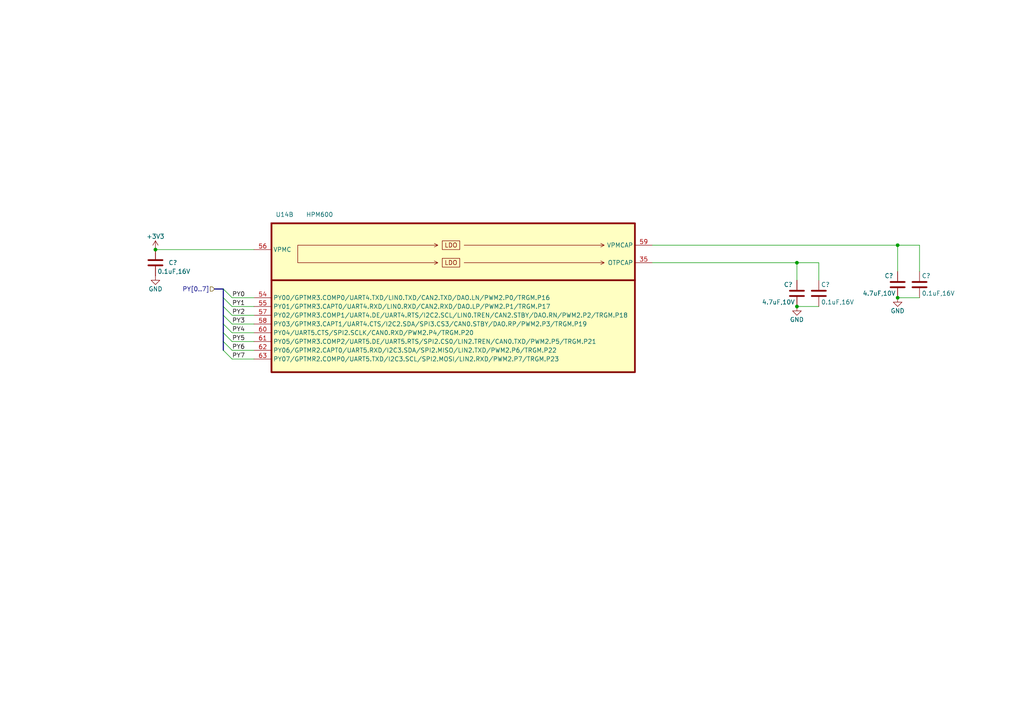
<source format=kicad_sch>
(kicad_sch (version 20230121) (generator eeschema)
  (paper "A4")
  (title_block (title "HPM6P00EVKRevB") (date "2024-10-13") (rev "RevB") (comment 1 "MCU_PY"))
  (lib_symbols
    (symbol "00_HPM600_Library:HPM600"
      (property "Reference" "U" (at 1.27 1.27 0))
      (property "Value" "HPM600" (at 10.16 1.27 0))
      (symbol "HPM600_1_1"
        (polyline (pts (xy 0 -46.99) (xy 35.56 -46.99)) (stroke (width 0.508)))
        (polyline (pts (xy 8.89 -6.35) (xy 14.605 -6.35) (xy 14.605 -10.16) (xy 13.97 -9.525) (xy 14.605 -10.16) (xy 15.24 -9.525)))
        (polyline (pts (xy 15.24 -12.7) (xy 15.24 -17.78) (xy 9.525 -17.78) (xy 10.16 -17.145) (xy 9.525 -17.78) (xy 10.16 -18.415)))
        (rectangle (start 0 0) (end 35.56 -66.04) (stroke (width 0.508)) (fill (type background)))
        (rectangle (start 10.16 -10.16) (end 17.78 -12.7))
        (text "Analog_Domain" (at 11.43 -49.53 0) (effects (font (size 1.778 1.778))))
        (text "DCDC" (at 13.97 -11.43 0) (effects (font (size 1.27 1.27))))
        (text "DCDC_Domain" (at 10.16 -2.54 0) (effects (font (size 1.778 1.778))))
        (pin power_in line (at 40.64 -16.51 180) (length 5.08) (name "VDD_SOC") (number "102"))
        (pin power_in line (at 40.64 -29.21 180) (length 5.08) (name "VDD_SOC") (number "109"))
        (pin power_in line (at 40.64 -26.67 180) (length 5.08) (name "VDD_SOC") (number "114"))
        (pin power_in line (at 40.64 -24.13 180) (length 5.08) (name "VDD_SOC") (number "133"))
        (pin power_in line (at 40.64 -21.59 180) (length 5.08) (name "VDD_SOC") (number "143"))
        (pin power_in line (at 40.64 -19.05 180) (length 5.08) (name "VDD_SOC") (number "168"))
        (pin power_in line (at 40.64 -13.97 180) (length 5.08) (name "VDD_SOC") (number "176"))
        (pin power_out line (at 17.78 -71.12 90) (length 5.08) (name "PAD") (number "177"))
        (pin power_in line (at 40.64 -8.89 180) (length 5.08) (name "VDD_SOC") (number "18"))
        (pin power_in line (at 40.64 -11.43 180) (length 5.08) (name "VDD_SOC") (number "26"))
        (pin power_in line (at 40.64 -39.37 180) (length 5.08) (name "VDD_SOC") (number "34"))
        (pin power_in line (at -5.08 -6.35 0) (length 5.08) (name "DCDC_IN") (number "45"))
        (pin power_out line (at -5.08 -16.51 0) (length 5.08) (name "DCDC_LP") (number "46"))
        (pin power_out line (at -5.08 -31.75 0) (length 5.08) (name "DCDC_GND") (number "47"))
        (pin power_out line (at -5.08 -19.05 0) (length 5.08) (name "DCDC_LP") (number "48"))
        (pin power_out line (at -5.08 -35.56 0) (length 5.08) (name "DCDC_GND") (number "49"))
        (pin power_in line (at -5.08 -41.91 0) (length 5.08) (name "DCDC_INQ") (number "50"))
        (pin input line (at -5.08 -25.4 0) (length 5.08) (name "DCDC_SNS") (number "53"))
        (pin power_out line (at 40.64 -59.69 180) (length 5.08) (name "VREFL") (number "64"))
        (pin power_in line (at 40.64 -53.34 180) (length 5.08) (name "VREFH") (number "65"))
        (pin power_in line (at -5.08 -59.69 0) (length 5.08) (name "VSSA") (number "66"))
        (pin power_in line (at -5.08 -53.34 0) (length 5.08) (name "VANA") (number "67"))
        (pin power_in line (at 40.64 -34.29 180) (length 5.08) (name "VDD_SOC") (number "71"))
        (pin power_in line (at 40.64 -31.75 180) (length 5.08) (name "VDD_SOC") (number "79"))
        (pin power_in line (at 40.64 -36.83 180) (length 5.08) (name "VDD_SOC") (number "9"))
      )
      (symbol "HPM600_2_0"
        (polyline (pts (xy 7.62 -11.43) (xy 48.26 -11.43) (xy 47.244 -10.922) (xy 48.26 -11.43) (xy 47.244 -11.938)))
        (polyline (pts (xy 7.62 -6.35) (xy 48.26 -6.35) (xy 47.244 -5.842) (xy 48.26 -6.35) (xy 47.244 -6.858)))
        (polyline (pts (xy 55.88 -11.43) (xy 96.52 -11.43) (xy 95.504 -10.922) (xy 96.52 -11.43) (xy 95.504 -11.938)))
        (polyline (pts (xy 55.88 -6.35) (xy 96.52 -6.35) (xy 95.504 -5.842) (xy 96.52 -6.35) (xy 95.504 -6.858)))
      )
      (symbol "HPM600_2_1"
        (polyline (pts (xy 0 -16.51) (xy 105.41 -16.51)) (stroke (width 0.508)))
        (polyline (pts (xy 7.62 -6.35) (xy 7.62 -11.43)))
        (rectangle (start 0 0) (end 105.41 -43.18) (stroke (width 0.508)) (fill (type background)))
        (rectangle (start 49.53 -10.16) (end 54.61 -12.7))
        (rectangle (start 49.53 -5.08) (end 54.61 -7.62))
        (text "LDO" (at 52.07 -11.43 0) (effects (font (size 1.27 1.27))))
        (text "LDO" (at 52.07 -6.35 0) (effects (font (size 1.27 1.27))))
        (pin power_in line (at 110.49 -11.43 180) (length 5.08) (name "OTPCAP") (number "35"))
        (pin bidirectional line (at -5.08 -21.59 0) (length 5.08) (name "PY00/GPTMR3.COMP0/UART4.TXD/LIN0.TXD/CAN2.TXD/DAO.LN/PWM2.P0/TRGM.P16") (number "54"))
        (pin bidirectional line (at -5.08 -24.13 0) (length 5.08) (name "PY01/GPTMR3.CAPT0/UART4.RXD/LIN0.RXD/CAN2.RXD/DAO.LP/PWM2.P1/TRGM.P17") (number "55"))
        (pin power_in line (at -5.08 -7.62 0) (length 5.08) (name "VPMC") (number "56"))
        (pin bidirectional line (at -5.08 -26.67 0) (length 5.08) (name "PY02/GPTMR3.COMP1/UART4.DE/UART4.RTS/I2C2.SCL/LIN0.TREN/CAN2.STBY/DAO.RN/PWM2.P2/TRGM.P18") (number "57"))
        (pin bidirectional line (at -5.08 -29.21 0) (length 5.08) (name "PY03/GPTMR3.CAPT1/UART4.CTS/I2C2.SDA/SPI3.CS3/CAN0.STBY/DAO.RP/PWM2.P3/TRGM.P19") (number "58"))
        (pin power_out line (at 110.49 -6.35 180) (length 5.08) (name "VPMCAP") (number "59"))
        (pin bidirectional line (at -5.08 -31.75 0) (length 5.08) (name "PY04/UART5.CTS/SPI2.SCLK/CAN0.RXD/PWM2.P4/TRGM.P20") (number "60"))
        (pin bidirectional line (at -5.08 -34.29 0) (length 5.08) (name "PY05/GPTMR3.COMP2/UART5.DE/UART5.RTS/SPI2.CS0/LIN2.TREN/CAN0.TXD/PWM2.P5/TRGM.P21") (number "61"))
        (pin bidirectional line (at -5.08 -36.83 0) (length 5.08) (name "PY06/GPTMR2.CAPT0/UART5.RXD/I2C3.SDA/SPI2.MISO/LIN2.TXD/PWM2.P6/TRGM.P22") (number "62"))
        (pin bidirectional line (at -5.08 -39.37 0) (length 5.08) (name "PY07/GPTMR2.COMP0/UART5.TXD/I2C3.SCL/SPI2.MOSI/LIN2.RXD/PWM2.P7/TRGM.P23") (number "63"))
      )
      (symbol "HPM600_3_1"
        (polyline (pts (xy 0 -17.78) (xy 205.74 -17.78)) (stroke (width 0.5)))
        (rectangle (start 0 0) (end 205.74 -105.41) (stroke (width 0.508)) (fill (type background)))
        (pin bidirectional line (at -5.08 -50.8 0) (length 5.08) (name "PA11/UART2.CTS/SPI0.CS0/LIN1.TXD/I2S1.FCLK/FEMC.RAS/PPI0.DM3/XPI0.CA_CS1/PWM1.P3/TRGM.P11/ETH0.RXD3/QEI1.H1/SEI1.CK/SDM0.DAT1/CPU1.NMI") (number "10"))
        (pin bidirectional line (at -5.08 -48.26 0) (length 5.08) (name "PA10/GPTMR0.COMP2/UART2.DE/UART2.RTS/SPI0.SCLK/LIN1.RXD/CAN3.STBY/I2S1.BCLK/FEMC.CAS/PPI0.DM2/XPI0.CA_CS0/PWM1.P2/TRGM.P10/ETH0.RXD2/QEI1.F/QEO0.Z/SEI1.DE/SDM0.CLK1/CPU0.NMI") (number "11"))
        (pin power_in line (at -5.08 -7.62 0) (length 5.08) (name "VIO_B00") (number "12"))
        (pin bidirectional line (at -5.08 -45.72 0) (length 5.08) (name "PA09/GPTMR0.CAPT1/UART2.RXD/I2C0.SDA/SPI0.CS1/CAN3.RXD/I2S1.MCLK/FEMC.WE/PPI0.CTR2/XPI0.CA_DQS/PWM1.P1/TRGM.P09/ETH0.RXD1/RDC0.PWM_P/QEO0.A/SEI1.RX/SDM0.DAT0") (number "13"))
        (pin bidirectional line (at -5.08 -43.18 0) (length 5.08) (name "PA08/GPTMR0.COMP1/UART2.TXD/I2C0.SCL/SPI0.CS2/CAN3.TXD/FEMC.CS1/PPI0.CS1/PWM1.P0/TRGM.P08/ETH0.RXD0/RDC0.PWM_N/QEO0.B/SEI1.TX/SDM0.CLK0/JTAG.TRST") (number "14"))
        (pin bidirectional line (at -5.08 -99.06 0) (length 5.08) (name "PA30/UART7.RXD/SPI3.DAT2/LIN3.RXD/CAN1.RXD/I2S0.TXD2/XPI0.CA_D3/PWM3.P6/TRGM.P30/ETH0.TXD3/QEI1.A/QEO1.B/SEI0.RX") (number "15"))
        (pin bidirectional line (at -5.08 -96.52 0) (length 5.08) (name "PA29/GPTMR3.COMP3/UART7.DE/UART7.RTS/I2C1.SCL/SPI3.MOSI/LIN3.TREN/CAN1.STBY/I2S0.TXD1/XPI0.CA_D2/PWM3.P5/TRGM.P29/ETH0.TXD2/QEI1.Z/QEO1.Z/SEI0.DE") (number "16"))
        (pin bidirectional line (at -5.08 -93.98 0) (length 5.08) (name "PA28/UART7.CTS/I2C1.SDA/SPI3.MISO/LIN1.TREN/I2S0.TXD0/XPI0.CA_D1/PWM3.P4/TRGM.P28/ETH0.TXD1/QEI1.H0/SEI0.CK") (number "17"))
        (pin bidirectional line (at -5.08 -91.44 0) (length 5.08) (name "PA27/UART6.CTS/SPI3.CS0/LIN1.TXD/I2S0.MCLK/XPI0.CA_D0/PWM3.P3/TRGM.P27/ETH0.TXD0/QEI1.F/SEI1.CK") (number "19"))
        (pin bidirectional line (at -5.08 -88.9 0) (length 5.08) (name "PA26/GPTMR2.COMP2/UART6.DE/UART6.RTS/SPI3.SCLK/LIN1.RXD/CAN3.STBY/I2S0.RXD3/XPI0.CA_SCLK/PWM3.P2/TRGM.P26/ETH0.TXCK/QEI1.H1/QEO0.Z/SEI1.DE") (number "20"))
        (pin bidirectional line (at -5.08 -86.36 0) (length 5.08) (name "PA25/GPTMR2.CAPT1/UART6.RXD/I2C0.SDA/SPI3.CS1/CAN3.RXD/I2S0.RXD2/XPI0.CA_CS1/PWM3.P1/TRGM.P25/ETH0.RXD3/RDC0.PWM_P/QEO0.B/SEI1.RX") (number "21"))
        (pin power_in line (at -5.08 -5.08 0) (length 5.08) (name "VIO_B00") (number "22"))
        (pin bidirectional line (at -5.08 -83.82 0) (length 5.08) (name "PA24/GPTMR2.COMP1/UART6.TXD/I2C0.SCL/SPI3.CS2/CAN3.TXD/I2S0.RXD1/XPI0.CA_CS0/PWM3.P0/TRGM.P24/ETH0.RXD2/RDC0.PWM_N/QEO0.A/SEI1.TX") (number "23"))
        (pin bidirectional line (at -5.08 -81.28 0) (length 5.08) (name "PA23/GPTMR2.COMP0/UART5.TXD/I2C3.SCL/SPI2.MOSI/LIN2.RXD/I2S0.RXD0/XPI0.CA_DQS/PWM2.P7/TRGM.P23/ETH0.RXD1/QEI0.A/QEO0.A/SEI0.TX") (number "24"))
        (pin bidirectional line (at -5.08 -78.74 0) (length 5.08) (name "PA22/GPTMR2.CAPT0/UART5.RXD/I2C3.SDA/SPI2.MISO/LIN2.TXD/I2S0.FCLK/PWM2.P6/TRGM.P22/ETH0.RXD0/QEI0.B/QEO0.B/SEI0.RX") (number "25"))
        (pin bidirectional line (at -5.08 -76.2 0) (length 5.08) (name "PA21/GPTMR3.COMP2/UART5.DE/UART5.RTS/SPI2.CS0/LIN2.TREN/CAN0.TXD/I2S0.BCLK/PWM2.P5/TRGM.P21/ETH0.RXDV/QEI0.Z/QEO0.Z/SEI0.DE") (number "27"))
        (pin bidirectional line (at -5.08 -73.66 0) (length 5.08) (name "PA20/UART5.CTS/SPI2.SCLK/CAN0.RXD/I2S0.MCLK/PWM2.P4/TRGM.P20/ETH0.RXCK/QEI0.H0/SEI0.CK") (number "28"))
        (pin bidirectional line (at -5.08 -40.64 0) (length 5.08) (name "PA07/GPTMR0.COMP0/UART1.TXD/I2C3.SCL/SPI1.MOSI/LIN2.RXD/FEMC.SCS0/PPI0.DQ30/PWM0.P7/TRGM.P07/ETH0.RXER/QEI0.A/QEO0.A/SEI0.TX/JTAG.TMS") (number "29"))
        (pin bidirectional line (at -5.08 -38.1 0) (length 5.08) (name "PA06/GPTMR0.CAPT0/UART1.RXD/I2C3.SDA/SPI1.MISO/LIN2.TXD/FEMC.SCLK0/PPI0.DQ29/PWM0.P6/TRGM.P06/ETH0.RXDV/QEI0.B/QEO0.B/SEI0.RX/JTAG.TCK") (number "30"))
        (pin bidirectional line (at -5.08 -35.56 0) (length 5.08) (name "PA05/GPTMR1.COMP2/UART1.DE/UART1.RTS/SPI1.CS0/LIN2.TREN/CAN0.TXD/PWM0.P5/TRGM.P05/ETH0.RXCK/QEI0.Z/QEO0.Z/SEI0.DE/JTAG.TDI") (number "31"))
        (pin bidirectional line (at -5.08 -33.02 0) (length 5.08) (name "PA04/UART1.CTS/SPI1.SCLK/CAN0.RXD/PWM0.P4/TRGM.P04/QEI0.H0/SEI0.CK/JTAG.TDO") (number "32"))
        (pin power_in line (at -5.08 -12.7 0) (length 5.08) (name "VIO_B00") (number "33"))
        (pin bidirectional line (at -5.08 -71.12 0) (length 5.08) (name "PA19/GPTMR3.CAPT1/UART4.CTS/I2C2.SDA/SPI3.CS3/CAN0.STBY/PWM2.P3/TRGM.P19/ETH0.MDIO/QEI0.F/SEI1.CK") (number "36"))
        (pin bidirectional line (at -5.08 -68.58 0) (length 5.08) (name "PA18/GPTMR3.COMP1/UART4.DE/UART4.RTS/I2C2.SCL/LIN0.TREN/CAN2.STBY/PWM2.P2/TRGM.P18/ETH0.MDC/QEI0.H1/QEO1.Z/SEI1.DE") (number "37"))
        (pin power_in line (at -5.08 -10.16 0) (length 5.08) (name "VIO_B00") (number "38"))
        (pin bidirectional line (at -5.08 -66.04 0) (length 5.08) (name "PA17/GPTMR3.CAPT0/UART4.RXD/LIN0.RXD/CAN2.RXD/PWM2.P1/TRGM.P17/RDC0.PWM_P/QEO1.B/SEI1.RX") (number "39"))
        (pin bidirectional line (at -5.08 -63.5 0) (length 5.08) (name "PA16/GPTMR3.COMP0/UART4.TXD/LIN0.TXD/CAN2.TXD/PWM2.P0/TRGM.P16/RDC0.PWM_N/QEO1.A/SEI1.TX") (number "40"))
        (pin bidirectional line (at -5.08 -30.48 0) (length 5.08) (name "PA03/GPTMR1.CAPT1/UART0.CTS/I2C2.SDA/SPI0.CS3/CAN0.STBY/PWM0.P3/TRGM.P03/QEI0.F/SEI1.CK/SYSCTL.CLK_OBS3/ETH0.EVTO1") (number "41"))
        (pin bidirectional line (at -5.08 -27.94 0) (length 5.08) (name "PA02/GPTMR1.COMP1/UART0.DE/UART0.RTS/I2C2.SCL/LIN0.TREN/CAN2.STBY/PWM0.P2/TRGM.P02/QEI0.H1/QEO1.Z/SEI1.DE/SYSCTL.CLK_OBS2/ETH0.EVTI1") (number "42"))
        (pin bidirectional line (at -5.08 -25.4 0) (length 5.08) (name "PA01/GPTMR1.CAPT0/UART0.RXD/LIN0.RXD/CAN2.RXD/PWM0.P1/TRGM.P01/RDC0.PWM_P/QEO1.B/SEI1.RX/SYSCTL.CLK_OBS1/ETH0.EVTO0") (number "43"))
        (pin bidirectional line (at -5.08 -22.86 0) (length 5.08) (name "PA00/GPTMR1.COMP0/UART0.TXD/LIN0.TXD/CAN2.TXD/PWM0.P0/TRGM.P00/RDC0.PWM_N/QEO1.A/SEI1.TX/SYSCTL.CLK_OBS0/ETH0.EVTI0") (number "44"))
        (pin bidirectional line (at -5.08 -60.96 0) (length 5.08) (name "PA15/GPTMR0.COMP3/UART3.TXD/SPI0.DAT3/LIN3.TXD/CAN1.TXD/I2S1.RXD3/FEMC.A10/PPI0.DQ26/PWM1.P7/TRGM.P15/QEI1.A/QEO1.A/SEI0.TX/SDM0.DAT3/ETH0.EVTO0") (number "5"))
        (pin bidirectional line (at -5.08 -58.42 0) (length 5.08) (name "PA14/UART3.RXD/SPI0.DAT2/LIN3.RXD/CAN1.RXD/I2S1.RXD2/FEMC.BA1/PPI0.CS2/PWM1.P6/TRGM.P14/QEI1.B/QEO1.B/SEI0.RX/SDM0.CLK3/ETH0.EVTI0") (number "6"))
        (pin bidirectional line (at -5.08 -55.88 0) (length 5.08) (name "PA13/GPTMR1.COMP3/UART3.DE/UART3.RTS/I2C1.SCL/SPI0.MOSI/LIN3.TREN/CAN1.STBY/I2S1.RXD1/FEMC.BA0/PPI0.CTR3/PWM1.P5/TRGM.P13/QEI1.Z/QEO1.Z/SEI0.DE/SDM0.DAT2") (number "7"))
        (pin bidirectional line (at -5.08 -53.34 0) (length 5.08) (name "PA12/UART3.CTS/I2C1.SDA/SPI0.MISO/LIN1.TREN/I2S1.RXD0/FEMC.CS0/PPI0.CS0/PWM1.P4/TRGM.P12/ETH0.TXER/QEI1.H0/SEI0.CK/SDM0.CLK2") (number "8"))
      )
      (symbol "HPM600_4_1"
        (polyline (pts (xy 0 -99.06) (xy 224.79 -99.06)) (stroke (width 0.3) (type dash)))
        (polyline (pts (xy 0 -20.32) (xy 224.79 -20.32)) (stroke (width 0.5)))
        (rectangle (start 0 0) (end 224.79 -186.69) (stroke (width 0.508)) (fill (type background)))
        (pin bidirectional line (at -5.08 -33.02 0) (length 5.08) (name "PB03/GPTMR2.CAPT1/UART5.CTS/I2C2.SDA/SPI0.CS3/CAN0.STBY/I2S1.TXD1/PDM0.D2/FEMC.A03/PPI0.DQ19/XPI0.CA_D2/PWM0.P3/TRGM.P28/ETH0.TXD1/QEI0.F/SEI1.CK/SDM0.DAT0/XPI_SLV.ADQ0") (number "1"))
        (pin bidirectional line (at -5.08 -179.07 0) (length 5.08) (name "PC29/GPTMR3.COMP3/UART7.DE/UART7.RTS/I2C1.SCL/SPI3.MOSI/LIN3.TREN/CAN1.STBY/PDM0.CLK/PWM3.P5/TRGM.P29/ETH0.EVTO3") (number "112"))
        (pin bidirectional line (at -5.08 -176.53 0) (length 5.08) (name "PC28/UART7.CTS/I2C1.SDA/SPI3.MISO/LIN1.TREN/PDM0.D3/PWM3.P4/TRGM.P28/ETH0.EVTO2") (number "113"))
        (pin power_in line (at -5.08 -6.35 0) (length 5.08) (name "VIO_B01") (number "115"))
        (pin bidirectional line (at -5.08 -173.99 0) (length 5.08) (name "PC27/UART3.CTS/SPI3.CS0/LIN1.TXD/PDM0.D2/PWM3.P3/TRGM.P27/USB0.PWR/ETH0.EVTO1") (number "116"))
        (pin bidirectional line (at -5.08 -171.45 0) (length 5.08) (name "PC26/GPTMR2.COMP2/UART3.DE/UART3.RTS/SPI3.SCLK/LIN1.RXD/CAN3.STBY/PDM0.D1/PWM3.P2/TRGM.P26/USB0.OC/ETH0.EVTI1") (number "117"))
        (pin bidirectional line (at -5.08 -168.91 0) (length 5.08) (name "PC25/GPTMR2.CAPT1/UART3.RXD/I2C0.SDA/SPI3.CS1/CAN3.RXD/PDM0.D0/PWM3.P1/TRGM.P25/USB0.ID/ETH0.EVTO0") (number "118"))
        (pin bidirectional line (at -5.08 -166.37 0) (length 5.08) (name "PC24/GPTMR2.COMP1/UART3.TXD/I2C0.SCL/SPI3.CS2/CAN3.TXD/PDM0.CLK/PWM3.P0/TRGM.P24/ETH0.EVTI0") (number "119"))
        (pin bidirectional line (at -5.08 -163.83 0) (length 5.08) (name "PC23/GPTMR2.COMP0/UART5.TXD/I2C3.SCL/SPI2.MOSI/LIN2.RXD/PWM2.P7/TRGM.P23/CPU1.NMI") (number "120"))
        (pin power_in line (at -5.08 -13.97 0) (length 5.08) (name "VIO_B01") (number "121"))
        (pin bidirectional line (at -5.08 -161.29 0) (length 5.08) (name "PC22/GPTMR2.CAPT0/UART5.RXD/I2C3.SDA/SPI2.MISO/LIN2.TXD/PWM2.P6/TRGM.P22/CPU0.NMI") (number "122"))
        (pin bidirectional line (at -5.08 -158.75 0) (length 5.08) (name "PC21/GPTMR3.COMP2/UART5.DE/UART5.RTS/SPI2.CS0/LIN2.TREN/CAN0.TXD/FEMC.SRDY/PPI0.CTR0/PWM2.P5/TRGM.P21/QEI0.A/QEO0.A/SEI0.TX") (number "123"))
        (pin bidirectional line (at -5.08 -156.21 0) (length 5.08) (name "PC20/UART5.CTS/SPI2.SCLK/CAN0.RXD/FEMC.DM0/PPI0.DM0/PWM2.P4/TRGM.P20/QEI0.B/QEO0.B/SEI0.RX") (number "124"))
        (pin bidirectional line (at -5.08 -153.67 0) (length 5.08) (name "PC19/GPTMR3.CAPT1/UART4.CTS/I2C2.SDA/SPI3.CS3/CAN0.STBY/DAO.RP/FEMC.DQ07/PPI0.DQ07/PWM2.P3/TRGM.P19/QEI0.Z/QEO0.Z/SEI0.DE/WDG3.RST") (number "125"))
        (pin bidirectional line (at -5.08 -146.05 0) (length 5.08) (name "PC16/GPTMR3.COMP0/UART4.TXD/LIN0.TXD/CAN2.TXD/DAO.LN/FEMC.DQ04/PPI0.DQ04/PWM2.P0/TRGM.P16/ETH0.CRS/QEI0.H1/CPU0.NMI") (number "126"))
        (pin bidirectional line (at -5.08 -151.13 0) (length 5.08) (name "PC18/GPTMR3.COMP1/UART4.DE/UART4.RTS/I2C2.SCL/LIN0.TREN/CAN2.STBY/DAO.RN/FEMC.DQ06/PPI0.DQ06/PWM2.P2/TRGM.P18/QEI0.H0/SEI0.CK/WDG2.RST") (number "127"))
        (pin bidirectional line (at -5.08 -148.59 0) (length 5.08) (name "PC17/GPTMR3.CAPT0/UART4.RXD/LIN0.RXD/CAN2.RXD/DAO.LP/FEMC.DQ05/PPI0.DQ05/PWM2.P1/TRGM.P17/ETH0.COL/QEI0.F/CPU1.NMI") (number "128"))
        (pin bidirectional line (at -5.08 -143.51 0) (length 5.08) (name "PC15/GPTMR0.COMP3/UART6.TXD/SPI1.DAT3/LIN3.TXD/CAN1.TXD/I2S0.FCLK/FEMC.DQ03/PPI0.DQ03/PWM1.P7/TRGM.P15/ETH0.MDIO/QEI1.A/QEO1.A/SEI0.TX/USB0.PWR") (number "129"))
        (pin bidirectional line (at -5.08 -140.97 0) (length 5.08) (name "PC14/UART6.RXD/SPI1.DAT2/LIN3.RXD/CAN1.RXD/I2S0.BCLK/FEMC.DQ02/PPI0.DQ02/PWM1.P6/TRGM.P14/ETH0.MDC/QEI1.B/QEO1.B/SEI0.RX/USB0.OC") (number "130"))
        (pin bidirectional line (at -5.08 -138.43 0) (length 5.08) (name "PC13/GPTMR1.COMP3/UART6.DE/UART6.RTS/I2C1.SCL/SPI1.MOSI/LIN3.TREN/CAN1.STBY/I2S0.MCLK/FEMC.DQ01/PPI0.DQ01/PWM1.P5/TRGM.P13/QEI1.Z/QEO1.Z/SEI0.DE/USB0.ID") (number "131"))
        (pin bidirectional line (at -5.08 -135.89 0) (length 5.08) (name "PC12/UART6.CTS/I2C1.SDA/SPI1.MISO/LIN1.TREN/FEMC.DQ00/PPI0.DQ00/PWM1.P4/TRGM.P12/QEI1.H0/SEI0.CK") (number "132"))
        (pin bidirectional line (at -5.08 -133.35 0) (length 5.08) (name "PC11/UART2.CTS/SPI1.CS0/LIN1.TXD/FEMC.DQ15/PPI0.DQ15/PWM1.P3/TRGM.P11/QEI1.H1/SEI1.CK") (number "134"))
        (pin bidirectional line (at -5.08 -130.81 0) (length 5.08) (name "PC10/GPTMR0.COMP2/UART2.DE/UART2.RTS/SPI1.SCLK/LIN1.RXD/CAN3.STBY/FEMC.DQ14/PPI0.DQ14/PWM1.P2/TRGM.P10/QEI1.F/QEO0.Z/SEI1.DE") (number "135"))
        (pin bidirectional line (at -5.08 -128.27 0) (length 5.08) (name "PC09/GPTMR0.CAPT1/UART2.RXD/I2C0.SDA/SPI1.CS1/CAN3.RXD/FEMC.DQ13/PPI0.DQ13/PWM1.P1/TRGM.P09/RDC0.PWM_P/QEO0.A/SEI1.RX") (number "136"))
        (pin bidirectional line (at -5.08 -125.73 0) (length 5.08) (name "PC08/GPTMR0.COMP1/UART2.TXD/I2C0.SCL/SPI1.CS2/CAN3.TXD/FEMC.DQ12/PPI0.DQ12/PWM1.P0/TRGM.P08/RDC0.PWM_N/QEO0.B/SEI1.TX") (number "137"))
        (pin power_in line (at -5.08 -8.89 0) (length 5.08) (name "VIO_B01") (number "138"))
        (pin bidirectional line (at -5.08 -123.19 0) (length 5.08) (name "PC07/GPTMR0.COMP0/UART1.TXD/I2C3.SCL/SPI0.MOSI/LIN2.RXD/FEMC.DQ11/PPI0.DQ11/PWM0.P7/TRGM.P07/QEI0.A/QEO0.A/SEI0.TX/SDM0.DAT3") (number "139"))
        (pin bidirectional line (at -5.08 -120.65 0) (length 5.08) (name "PC06/GPTMR0.CAPT0/UART1.RXD/I2C3.SDA/SPI0.MISO/LIN2.TXD/FEMC.DQ10/PPI0.DQ10/PWM0.P6/TRGM.P06/QEI0.B/QEO0.B/SEI0.RX/SDM0.CLK3") (number "140"))
        (pin bidirectional line (at -5.08 -118.11 0) (length 5.08) (name "PC05/GPTMR1.COMP2/UART1.DE/UART1.RTS/SPI0.CS0/LIN2.TREN/CAN0.TXD/FEMC.DQ09/PPI0.DQ09/PWM0.P5/TRGM.P05/QEI0.Z/QEO0.Z/SEI0.DE/SDM0.DAT2") (number "141"))
        (pin bidirectional line (at -5.08 -115.57 0) (length 5.08) (name "PC04/UART1.CTS/SPI0.SCLK/CAN0.RXD/FEMC.DQ08/PPI0.DQ08/PWM0.P4/TRGM.P04/QEI0.H0/SEI0.CK/SDM0.CLK2") (number "142"))
        (pin bidirectional line (at -5.08 -113.03 0) (length 5.08) (name "PC03/GPTMR1.CAPT1/UART0.CTS/I2C2.SDA/SPI1.CS3/CAN0.STBY/FEMC.DM1/PPI0.DM1/PWM0.P3/TRGM.P03/QEI0.F/SEI1.CK/SDM0.DAT1") (number "144"))
        (pin bidirectional line (at -5.08 -110.49 0) (length 5.08) (name "PC02/GPTMR1.COMP1/UART0.DE/UART0.RTS/I2C2.SCL/LIN0.TREN/CAN2.STBY/PWM0.P2/TRGM.P02/QEI0.H1/QEO1.Z/SEI1.DE/SDM0.CLK1") (number "145"))
        (pin bidirectional line (at -5.08 -107.95 0) (length 5.08) (name "PC01/GPTMR1.CAPT0/UART0.RXD/LIN0.RXD/CAN2.RXD/PWM0.P1/TRGM.P01/RDC0.PWM_P/QEO1.B/SEI1.RX/SDM0.DAT0") (number "146"))
        (pin bidirectional line (at -5.08 -105.41 0) (length 5.08) (name "PC00/GPTMR1.COMP0/UART0.TXD/LIN0.TXD/CAN2.TXD/PWM0.P0/TRGM.P00/RDC0.PWM_N/QEO1.A/SEI1.TX/SDM0.CLK0") (number "147"))
        (pin power_in line (at -5.08 -16.51 0) (length 5.08) (name "VIO_B01") (number "148"))
        (pin bidirectional line (at -5.08 -93.98 0) (length 5.08) (name "PB27/UART6.CTS/SPI2.CS0/LIN1.TXD/PPI0.CTR5/PWM3.P3/TRGM.P04/QEI1.F/SEI1.CK") (number "149"))
        (pin bidirectional line (at -5.08 -91.44 0) (length 5.08) (name "PB26/GPTMR1.COMP2/UART6.DE/UART6.RTS/SPI2.SCLK/LIN1.RXD/CAN3.STBY/PPI0.CTR6/PWM3.P2/TRGM.P05/QEI1.H1/QEO0.Z/SEI1.DE") (number "150"))
        (pin bidirectional line (at -5.08 -88.9 0) (length 5.08) (name "PB25/GPTMR1.CAPT1/UART6.RXD/I2C0.SDA/SPI2.CS1/CAN3.RXD/PPI0.CTR7/PWM3.P1/TRGM.P06/RDC0.PWM_P/QEO0.B/SEI1.RX") (number "151"))
        (pin bidirectional line (at -5.08 -86.36 0) (length 5.08) (name "PB24/GPTMR1.COMP1/UART6.TXD/I2C0.SCL/SPI2.CS2/CAN3.TXD/PWM3.P0/TRGM.P07/RDC0.PWM_N/QEO0.A/SEI1.TX") (number "152"))
        (pin bidirectional line (at -5.08 -83.82 0) (length 5.08) (name "PB23/GPTMR1.COMP0/UART0.TXD/I2C3.SCL/SPI3.MOSI/LIN2.RXD/PWM2.P7/TRGM.P08/QEI0.A/QEO0.A/SEI0.TX") (number "153"))
        (pin bidirectional line (at -5.08 -81.28 0) (length 5.08) (name "PB22/GPTMR1.CAPT0/UART0.RXD/I2C3.SDA/SPI3.MISO/LIN2.TXD/FEMC.SCS1/PPI0.CS3/PWM2.P6/TRGM.P09/QEI0.B/QEO0.B/SEI0.RX") (number "154"))
        (pin bidirectional line (at -5.08 -78.74 0) (length 5.08) (name "PB21/GPTMR3.COMP2/UART0.DE/UART0.RTS/SPI3.CS0/LIN2.TREN/CAN0.TXD/FEMC.SCLK1/PPI0.CTR4/PWM2.P5/TRGM.P10/QEI0.Z/QEO0.Z/SEI0.DE") (number "155"))
        (pin bidirectional line (at -5.08 -76.2 0) (length 5.08) (name "PB20/UART0.CTS/SPI3.SCLK/CAN0.RXD/FEMC.DQS/PPI0.CTR1/PWM2.P4/TRGM.P11/QEI0.H0/SEI0.CK") (number "156"))
        (pin bidirectional line (at -5.08 -73.66 0) (length 5.08) (name "PB19/GPTMR3.CAPT1/UART4.CTS/I2C2.SDA/SPI2.CS3/CAN0.STBY/FEMC.CLK0/PPI0.CLK/XPI0.CB_D3/PWM2.P3/TRGM.P12/QEI0.F/SEI1.CK/SYSCTL.CLK_OBS3/ETH0.EVTO3") (number "157"))
        (pin power_in line (at -5.08 -11.43 0) (length 5.08) (name "VIO_B01") (number "158"))
        (pin bidirectional line (at -5.08 -71.12 0) (length 5.08) (name "PB18/GPTMR3.COMP1/UART4.DE/UART4.RTS/I2C2.SCL/LIN0.TREN/CAN2.STBY/FEMC.CKE/PPI0.DQ31/XPI0.CB_D2/PWM2.P2/TRGM.P13/QEI0.H1/QEO1.Z/SEI1.DE/SYSCTL.CLK_OBS2/ETH0.EVTO2") (number "159"))
        (pin bidirectional line (at -5.08 -68.58 0) (length 5.08) (name "PB17/GPTMR3.CAPT0/UART4.RXD/LIN0.RXD/CAN2.RXD/FEMC.A12/PPI0.DQ28/XPI0.CB_D1/PWM2.P1/TRGM.P14/RDC0.PWM_P/QEO1.B/SEI1.RX/SYSCTL.CLK_OBS1/ETH0.EVTO1") (number "160"))
        (pin bidirectional line (at -5.08 -66.04 0) (length 5.08) (name "PB16/GPTMR3.COMP0/UART4.TXD/LIN0.TXD/CAN2.TXD/FEMC.A11/PPI0.DQ27/XPI0.CB_D0/PWM2.P0/TRGM.P15/RDC0.PWM_N/QEO1.A/SEI1.TX/SYSCTL.CLK_OBS0/ETH0.EVTI1") (number "161"))
        (pin bidirectional line (at -5.08 -63.5 0) (length 5.08) (name "PB15/GPTMR0.COMP3/UART3.TXD/SPI0.DAT3/LIN3.TXD/CAN1.TXD/DAO.RP/FEMC.A09/PPI0.DQ25/XPI0.CB_SCLK/PWM1.P7/TRGM.P16/QEI1.A/QEO1.A/SEI0.TX/SDM0.DAT3/SOC.REF1/ETH0.EVTO3") (number "162"))
        (pin bidirectional line (at -5.08 -60.96 0) (length 5.08) (name "PB14/UART3.RXD/SPI0.DAT2/LIN3.RXD/CAN1.RXD/DAO.RN/FEMC.A08/PPI0.DQ24/XPI0.CB_CS1/PWM1.P6/TRGM.P17/QEI1.B/QEO1.B/SEI0.RX/SDM0.CLK3/SOC.REF0/ETH0.EVTO2/XPI_SLV.DQS") (number "163"))
        (pin bidirectional line (at -5.08 -58.42 0) (length 5.08) (name "PB13/GPTMR2.COMP3/UART3.DE/UART3.RTS/I2C1.SCL/SPI0.MOSI/LIN3.TREN/CAN1.STBY/DAO.LP/FEMC.A07/PPI0.DQ23/XPI0.CB_CS0/PWM1.P5/TRGM.P18/ETH0.MDIO/QEI1.Z/QEO1.Z/SEI0.DE/SDM0.DAT2/WDG1.RST/XPI_SLV.RDY") (number "164"))
        (pin bidirectional line (at -5.08 -55.88 0) (length 5.08) (name "PB12/UART3.CTS/I2C1.SDA/SPI0.MISO/LIN0.TREN/DAO.LN/FEMC.A06/PPI0.DQ22/XPI0.CB_DQS/PWM1.P4/TRGM.P19/ETH0.MDC/QEI1.H0/SEI0.CK/SDM0.CLK2/WDG0.RST/XPI_SLV.ERR") (number "165"))
        (pin bidirectional line (at -5.08 -53.34 0) (length 5.08) (name "PB11/UART2.CTS/SPI0.CS0/LIN0.TXD/PWM1.P3/TRGM.P20/QEI1.H1/SEI1.CK") (number "166"))
        (pin bidirectional line (at -5.08 -50.8 0) (length 5.08) (name "PB10/GPTMR0.COMP2/UART2.DE/UART2.RTS/SPI1.SCLK/LIN0.RXD/CAN3.STBY/PWM1.P2/TRGM.P21/QEI1.F/QEO0.Z/SEI1.DE") (number "167"))
        (pin bidirectional line (at -5.08 -48.26 0) (length 5.08) (name "PB09/GPTMR0.CAPT1/UART2.RXD/I2C0.SDA/SPI0.CS1/CAN3.RXD/PWM1.P1/TRGM.P22/RDC0.PWM_P/QEO0.A/SEI1.RX") (number "169"))
        (pin bidirectional line (at -5.08 -45.72 0) (length 5.08) (name "PB08/GPTMR0.COMP1/UART2.TXD/I2C0.SCL/SPI0.CS2/CAN3.TXD/PWM1.P0/TRGM.P23/RDC0.PWM_N/QEO0.B/SEI1.TX") (number "170"))
        (pin bidirectional line (at -5.08 -43.18 0) (length 5.08) (name "PB07/GPTMR0.COMP0/UART1.TXD/I2C3.SCL/SPI1.MOSI/LIN2.RXD/PWM0.P7/TRGM.P24/QEI0.A/QEO0.A/SEI0.TX") (number "171"))
        (pin bidirectional line (at -5.08 -40.64 0) (length 5.08) (name "PB06/GPTMR0.CAPT0/UART1.RXD/I2C3.SDA/SPI1.MISO/LIN2.TXD/PWM0.P6/TRGM.P25/ETH0.TXEN/QEI0.B/QEO0.B/SEI0.RX") (number "172"))
        (pin power_in line (at -5.08 -3.81 0) (length 5.08) (name "VIO_B01") (number "173"))
        (pin bidirectional line (at -5.08 -38.1 0) (length 5.08) (name "PB05/GPTMR2.COMP2/UART1.DE/UART1.RTS/SPI1.CS0/LIN2.TREN/CAN0.TXD/I2S1.TXD3/PDM0.CLK/FEMC.A05/PPI0.DQ21/PWM0.P5/TRGM.P26/ETH0.TXD3/QEI0.Z/QEO0.Z/SEI0.DE/SDM0.DAT1/CPU1.NMI/XPI_SLV.CSN") (number "174"))
        (pin bidirectional line (at -5.08 -35.56 0) (length 5.08) (name "PB04/UART1.CTS/SPI0.SCLK/CAN0.RXD/I2S1.TXD2/PDM0.D3/FEMC.A04/PPI0.DQ20/XPI0.CA_D3/PWM0.P4/TRGM.P27/ETH0.TXD2/QEI0.H0/SEI0.CK/SDM0.CLK1/CPU0.NMI/XPI_SLV.CLK") (number "175"))
        (pin bidirectional line (at -5.08 -30.48 0) (length 5.08) (name "PB02/GPTMR2.COMP1/UART5.DE/UART5.RTS/I2C2.SCL/LIN1.TREN/CAN2.STBY/I2S1.TXD0/PDM0.D1/FEMC.A02/PPI0.DQ18/XPI0.CA_D1/PWM0.P2/TRGM.P29/ETH0.TXD0/QEI0.H1/QEO1.Z/SEI1.DE/SDM0.CLK0/XPI_SLV.ADQ1") (number "2"))
        (pin bidirectional line (at -5.08 -27.94 0) (length 5.08) (name "PB01/GPTMR2.CAPT0/UART5.RXD/LIN1.RXD/CAN2.RXD/I2S1.MCLK/PDM0.D0/FEMC.A01/PPI0.DQ17/XPI0.CA_D0/PWM0.P1/TRGM.P30/ETH0.TXEN/RDC0.PWM_P/QEO1.B/SEI1.RX/XPI_SLV.ADQ2") (number "3"))
        (pin bidirectional line (at -5.08 -25.4 0) (length 5.08) (name "PB00/GPTMR2.COMP0/UART5.TXD/LIN1.TXD/CAN2.TXD/I2S0.TXD3/PDM0.CLK/FEMC.A00/PPI0.DQ16/XPI0.CA_SCLK/PWM0.P0/TRGM.P31/ETH0.TXCK/RDC0.PWM_N/QEO1.A/SEI1.TX/XPI_SLV.ADQ3") (number "4"))
      )
      (symbol "HPM600_5_1"
        (polyline (pts (xy 0 -16.51) (xy 231.14 -16.51)) (stroke (width 0.5)))
        (rectangle (start 0 0) (end 231.14 -107.95) (stroke (width 0.508)) (fill (type background)))
        (pin bidirectional line (at -5.08 -34.29 0) (length 5.08) (name "PD05/GPTMR1.COMP2/UART1.DE/UART1.RTS/SPI2.CS0/LIN2.TREN/CAN0.TXD/I2S0.RXD1/PWM3.P5/TRGM.P05/ETH0.RXD2/QEI1.B/QEO1.A/SEI0.TX/SDM0.DAT2/ADC0.IN05/ADC1.IN05/CMP0.INP3/CMP1.INP3/CMP2.INP3/CMP3.INP3") (number "100"))
        (pin bidirectional line (at -5.08 -31.75 0) (length 5.08) (name "PD04/UART1.CTS/SPI2.DAT3/CAN0.RXD/I2S0.RXD0/PWM3.P4/TRGM.P04/ETH0.RXD1/QEI1.A/QEO1.B/SEI0.RX/SDM0.CLK2/ADC0.IN04/ADC1.IN04/CMP0.INN3/CMP1.INN3/CMP2.INN3/CMP3.INN") (number "101"))
        (pin bidirectional line (at -5.08 -29.21 0) (length 5.08) (name "PD03/GPTMR1.CAPT1/UART7.CTS/I2C2.SDA/SPI2.DAT2/CAN0.STBY/I2S0.FCLK/PWM3.P3/TRGM.P03/ETH0.RXD0/QEI1.Z/QEO1.Z/SEI0.DE/SDM0.DAT1/ADC0.IN03/ADC1.IN03/CMP0.INP2/CMP1.INP2/CMP2.INP2/CMP3.INP2") (number "103"))
        (pin bidirectional line (at -5.08 -26.67 0) (length 5.08) (name "PD02/GPTMR1.COMP1/UART7.DE/UART7.RTS/I2C2.SCL/SPI2.MOSI/LIN0.TREN/CAN2.STBY/I2S0.BCLK/PWM3.P2/TRGM.P02/ETH0.RXER/QEI1.H0/SEI0.CK/SDM0.CLK1/ADC0.IN02/ADC1.IN02/CMP0.INN2/CMP1.INN2/CMP2.INN2/CMP3.INN2") (number "104"))
        (pin bidirectional line (at -5.08 -24.13 0) (length 5.08) (name "PD01/GPTMR1.CAPT0/UART7.RXD/SPI2.MISO/LIN0.RXD/CAN2.RXD/I2S0.MCLK/PWM3.P1/TRGM.P01/ETH0.RXDV/QEI1.F/SDM0.DAT0/ADC0.IN01/ADC1.IN01/CMP0.INP1/CMP1.INP1/CMP2.INP1/CMP3.INP1") (number "105"))
        (pin bidirectional line (at -5.08 -21.59 0) (length 5.08) (name "PD00/GPTMR1.COMP0/UART7.TXD/SPI2.SCLK/LIN0.TXD/CAN2.TXD/PWM3.P0/TRGM.P00/ETH0.RXCK/QEI1.H1/SDM0.CLK0/ADC0.IN00/ADC1.IN00/CMP0.INN1/CMP1.INN1/CMP2.INN1/CMP3.INN1") (number "106"))
        (pin bidirectional line (at -5.08 -100.33 0) (length 5.08) (name "PD31/GPTMR2.COMP3/UART0.TXD/LIN3.TXD/CAN1.TXD/PWM0.P7/TRGM.P31/ADC2.IN15/ADC3.IN15/CMP4.INP7/CMP6.INP7") (number "68"))
        (pin bidirectional line (at -5.08 -97.79 0) (length 5.08) (name "PD30/UART0.RXD/LIN3.RXD/CAN1.RXD/PWM0.P6/TRGM.P30/ADC2.IN14/ADC3.IN14/CMP5.INP7/CMP7.INP7") (number "69"))
        (pin power_in line (at -5.08 -6.35 0) (length 5.08) (name "VIO_B02") (number "70"))
        (pin bidirectional line (at -5.08 -95.25 0) (length 5.08) (name "PD29/GPTMR3.COMP3/UART0.DE/UART0.RTS/I2C1.SCL/SPI1.MOSI/LIN3.TREN/CAN1.STBY/PWM0.P5/TRGM.P29/ADC2.IN13/ADC3.IN13/CMP4.INN7/CMP6.INN7") (number "72"))
        (pin bidirectional line (at -5.08 -92.71 0) (length 5.08) (name "PD28/UART0.CTS/I2C1.SDA/SPI1.MISO/LIN1.TREN/PWM0.P4/TRGM.P28/ADC2.IN12/ADC3.IN12/CMP5.INN7/CMP7.INN7") (number "73"))
        (pin power_in line (at -5.08 -11.43 0) (length 5.08) (name "VIO_B02") (number "74"))
        (pin bidirectional line (at -5.08 -90.17 0) (length 5.08) (name "PD27/UART6.CTS/SPI1.CS0/LIN1.TXD/PDM0.CLK/PWM0.P3/TRGM.P27/QEI1.A/QEO1.A/SEI0.TX/ADC2.IN11/ADC3.IN11/CMP4.INP6/CMP5.INP6/CMP6.INP6/CMP7.INP6") (number "75"))
        (pin bidirectional line (at -5.08 -87.63 0) (length 5.08) (name "PD26/GPTMR2.COMP2/UART6.DE/UART6.RTS/SPI1.SCLK/LIN1.RXD/CAN3.STBY/PDM0.D3/PWM0.P2/TRGM.P26/QEI1.B/QEO1.B/SEI0.RX/ADC2.IN10/ADC3.IN10/CMP4.INN6/CMP5.INN6/CMP6.INN6/CMP7.INN6") (number "76"))
        (pin bidirectional line (at -5.08 -85.09 0) (length 5.08) (name "PD25/GPTMR2.CAPT1/UART6.RXD/I2C0.SDA/CAN3.RXD/PDM0.D2/PWM0.P1/TRGM.P25/QEI1.Z/QEO1.Z/SEI0.DE/USB0.PWR/ADC2.IN09/ADC3.IN09/CMP4.INP5/CMP5.INP5/CMP6.INP5/CMP7.INP5") (number "77"))
        (pin bidirectional line (at -5.08 -82.55 0) (length 5.08) (name "PD24/GPTMR2.COMP1/UART6.TXD/I2C0.SCL/SPI3.CS3/CAN3.TXD/PDM0.D1/PWM0.P0/TRGM.P24/QEI1.H0/SEI0.CK/USB0.OC/ADC2.IN08/ADC3.IN08/CMP4.INN5/CMP5.INN5/CMP6.INN5/CMP7.INN5") (number "78"))
        (pin power_in line (at -5.08 -3.81 0) (length 5.08) (name "VIO_B02") (number "80"))
        (pin bidirectional line (at -5.08 -80.01 0) (length 5.08) (name "PD23/GPTMR2.COMP0/UART5.TXD/I2C3.SCL/SPI3.CS1/LIN2.RXD/PDM0.D0/PWM2.P7/TRGM.P23/QEI1.H1/USB0.ID/ADC2.IN07/ADC3.IN07/CMP4.INP4/CMP5.INP4/CMP6.INP4/CMP7.INP4") (number "81"))
        (pin bidirectional line (at -5.08 -77.47 0) (length 5.08) (name "PD22/GPTMR2.CAPT0/UART5.RXD/I2C3.SDA/SPI3.CS2/LIN2.TXD/PDM0.CLK/PWM2.P6/TRGM.P22/QEI1.F/ADC2.IN06/ADC3.IN06/CMP4.INN4/CMP5.INN4/CMP6.INN4/CMP7.INN4") (number "82"))
        (pin bidirectional line (at -5.08 -74.93 0) (length 5.08) (name "PD21/GPTMR3.COMP2/UART5.DE/UART5.RTS/SPI3.CS0/LIN2.TREN/CAN0.TXD/I2S0.TXD3/PWM2.P5/TRGM.P21/ETH0.TXD3/QEI0.A/QEO0.A/SEI0.TX/ADC2.IN05/ADC3.IN05/CMP4.INP3/CMP5.INP3/CMP6.INP3/CMP7.INP3") (number "83"))
        (pin bidirectional line (at -5.08 -72.39 0) (length 5.08) (name "PD20/UART5.CTS/SPI3.DAT3/CAN0.RXD/I2S0.TXD2/PWM2.P4/TRGM.P20/ETH0.TXD2/QEI0.B/QEO0.B/SEI0.RX/ADC2.IN04/ADC3.IN04/CMP4.INN3/CMP5.INN3/CMP6.INN3/CMP7.INN3") (number "84"))
        (pin bidirectional line (at -5.08 -69.85 0) (length 5.08) (name "PD19/GPTMR3.CAPT1/UART4.CTS/I2C2.SDA/SPI3.DAT2/CAN0.STBY/I2S0.TXD1/PWM2.P3/TRGM.P19/ETH0.TXD1/QEI0.Z/QEO0.Z/SEI0.DEADC2.IN03/ADC3.IN03/CMP4.INP2/CMP5.INP2/CMP6.INP2/CMP7.INP2") (number "85"))
        (pin bidirectional line (at -5.08 -67.31 0) (length 5.08) (name "PD18/GPTMR3.COMP1/UART4.DE/UART4.RTS/I2C2.SCL/SPI3.MOSI/LIN0.TREN/CAN2.STBY/I2S0.TXD0/PWM2.P2/TRGM.P18/ETH0.TXD0/QEI0.H0/SEI0.CK/ADC2.IN02/ADC3.IN02/CMP4.INN2/CMP5.INN2/CMP6.INN2/CMP7.INN2") (number "86"))
        (pin bidirectional line (at -5.08 -64.77 0) (length 5.08) (name "PD17/GPTMR3.CAPT0/UART4.RXD/SPI3.MISO/LIN0.RXD/CAN2.RXD/PWM2.P1/TRGM.P17/ETH0.TXEN/QEI0.F/ADC2.IN01/ADC3.IN01/DAC1.OUT/CMP4.INP1/CMP5.INP1/CMP6.INP1/CMP7.INP1") (number "87"))
        (pin bidirectional line (at -5.08 -62.23 0) (length 5.08) (name "PD16/GPTMR3.COMP0/UART4.TXD/SPI3.SCLK/LIN0.TXD/CAN2.TXD/PWM2.P0/TRGM.P16/ETH0.TXCK/QEI0.H1/ADC2.IN00/ADC3.IN00/CMP4.INN1/CMP5.INN1/CMP6.INN1/CMP7.INN1") (number "88"))
        (pin bidirectional line (at -5.08 -59.69 0) (length 5.08) (name "PD15/GPTMR0.COMP3/UART3.TXD/LIN3.TXD/CAN1.TXD/PWM1.P7/TRGM.P15/ETH0.EVTO3/ADC0.IN15/ADC1.IN15/CMP0.INP7/CMP2.INP7") (number "89"))
        (pin bidirectional line (at -5.08 -57.15 0) (length 5.08) (name "PD14/UART3.RXD/LIN3.RXD/CAN1.RXD/PWM1.P6/TRGM.P14/ETH0.EVTO2/ADC0.IN14/ADC1.IN14/CMP1.INP7/CMP3.INP7") (number "90"))
        (pin bidirectional line (at -5.08 -54.61 0) (length 5.08) (name "PD13/GPTMR1.COMP3/UART3.DE/UART3.RTS/I2C1.SCL/SPI0.MOSI/LIN3.TREN/CAN1.STBY/PWM1.P5/TRGM.P13/ETH0.EVTO1/ADC0.IN13/ADC1.IN13/CMP0.INN7/CMP2.INN7") (number "91"))
        (pin bidirectional line (at -5.08 -52.07 0) (length 5.08) (name "PD12/UART3.CTS/I2C1.SDA/SPI0.MISO/LIN1.TREN/PWM1.P4/TRGM.P12/ETH0.EVTI1/ADC0.IN12/ADC1.IN12/CMP1.INN7/CMP3.INN7") (number "92"))
        (pin bidirectional line (at -5.08 -49.53 0) (length 5.08) (name "PD11/UART2.CTS/SPI0.CS0/LIN1.TXD/PWM1.P3/TRGM.P11/ETH0.EVTO0/ADC0.IN11/ADC1.IN11/CMP0.INP6/CMP1.INP6/CMP2.INP6/CMP3.INP6") (number "93"))
        (pin bidirectional line (at -5.08 -46.99 0) (length 5.08) (name "PD10/GPTMR0.COMP2/UART2.DE/UART2.RTS/SPI0.SCLK/LIN1.RXD/CAN3.STBY/PWM1.P2/TRGM.P10/ETH0.EVTI0/ADC0.IN10/ADC1.IN10/CMP0.INN6/CMP1.INN6/CMP2.INN6/CMP3.INN6") (number "94"))
        (pin bidirectional line (at -5.08 -44.45 0) (length 5.08) (name "PD09/GPTMR0.CAPT1/UART2.RXD/I2C0.SDA/CAN3.RXD/PWM1.P1/TRGM.P09/ADC0.IN09/ADC1.IN09/CMP0.INP5/CMP1.INP5/CMP2.INP5/CMP3.INP5") (number "95"))
        (pin bidirectional line (at -5.08 -41.91 0) (length 5.08) (name "PD08/GPTMR0.COMP1/UART2.TXD/I2C0.SCL/SPI2.CS3/CAN3.TXD/PWM1.P0/TRGM.P08/ADC0.IN08/ADC1.IN08/CMP0.INN5/CMP1.INN5/CMP2.INN5/CMP3.INN5") (number "96"))
        (pin power_in line (at -5.08 -8.89 0) (length 5.08) (name "VIO_B02") (number "97"))
        (pin bidirectional line (at -5.08 -39.37 0) (length 5.08) (name "PD07/GPTMR0.COMP0/UART1.TXD/I2C3.SCL/SPI2.CS1/LIN2.RXD/I2S0.RXD3/PWM3.P7/TRGM.P07/ETH0.TXER/SDM0.DAT3/ADC0.IN07/ADC1.IN07/DAC0.OUT/CMP0.INP4/CMP1.INP4/CMP2.INP4/CMP3.INP4") (number "98"))
        (pin bidirectional line (at -5.08 -36.83 0) (length 5.08) (name "PD06/GPTMR0.CAPT0/UART1.RXD/I2C3.SDA/SPI2.CS2/LIN2.TXD/I2S0.RXD2/PWM3.P6/TRGM.P06/ETH0.RXD3/SDM0.CLK3/ADC0.IN06/ADC1.IN06/CMP0.INN4/CMP1.INN4/CMP2.INN4/CMP3.INN4") (number "99"))
      )
      (symbol "HPM600_6_1"
        (polyline (pts (xy 0 -16.51) (xy 35.56 -16.51)) (stroke (width 0.5)))
        (rectangle (start 0 0) (end 35.56 -33.02) (stroke (width 0.508)) (fill (type background)))
        (pin power_in line (at -5.08 -27.94 0) (length 5.08) (name "VPLLVUSB") (number "107"))
        (pin power_in line (at -5.08 -21.59 0) (length 5.08) (name "VBUS") (number "108"))
        (pin output line (at -5.08 -12.7 0) (length 5.08) (name "XTALO") (number "110"))
        (pin input line (at -5.08 -5.08 0) (length 5.08) (name "XTALI") (number "111"))
        (pin power_in line (at 40.64 -5.08 180) (length 5.08) (name "RESET") (number "51"))
        (pin power_in line (at 40.64 -12.7 180) (length 5.08) (name "WAKEUP") (number "52"))
      )
    )
    (symbol "00_HPM_power:+3.3V" (power) (pin_names (offset 0))
      (property "Value" "+3.3V" (at 0 3.556 0))
      (symbol "+3.3V_0_1"
        (polyline (pts (xy -0.762 1.27) (xy 0 2.54)))
        (polyline (pts (xy 0 0) (xy 0 2.54)))
        (polyline (pts (xy 0 2.54) (xy 0.762 1.27)))
      )
      (symbol "+3.3V_1_1"
        (pin power_in line (at 0 0 90) (length 0) hide (name "+3V3") (number "1"))
      )
    )
    (symbol "00_HPM_power:GND" (power) (pin_names (offset 0))
      (property "Value" "GND" (at 0 -3.81 0))
      (symbol "GND_0_1"
        (polyline (pts (xy 0 0) (xy 0 -1.27) (xy 1.27 -1.27) (xy 0 -2.54) (xy -1.27 -1.27) (xy 0 -1.27)))
      )
      (symbol "GND_1_1"
        (pin power_in line (at 0 0 270) (length 0) hide (name "GND") (number "1"))
      )
    )
    (symbol "03_HPM_Capacitance:0.1uF,16V_0402" (pin_numbers hide) (pin_names (offset 0.254))
      (property "Reference" "C" (at -1.27 10.16 0))
      (property "Value" "0.1uF,16V" (at -5.08 12.7 0))
      (symbol "0.1uF,16V_0402_0_1"
        (polyline (pts (xy -2.032 -0.762) (xy 2.032 -0.762)) (stroke (width 0.508)))
        (polyline (pts (xy -2.032 0.762) (xy 2.032 0.762)) (stroke (width 0.508)))
      )
      (symbol "0.1uF,16V_0402_1_1"
        (pin passive line (at 0 3.81 270) (length 2.794) (name "~") (number "1"))
        (pin passive line (at 0 -3.81 90) (length 2.794) (name "~") (number "2"))
      )
    )
    (symbol "03_HPM_Capacitance:4.7uF,10V_0402" (pin_numbers hide) (pin_names (offset 0.254))
      (property "Reference" "C" (at 0.635 2.54 0))
      (property "Value" "4.7uF,10V" (at 0.635 -2.54 0))
      (symbol "4.7uF,10V_0402_0_1"
        (polyline (pts (xy -2.032 -0.762) (xy 2.032 -0.762)) (stroke (width 0.508)))
        (polyline (pts (xy -2.032 0.762) (xy 2.032 0.762)) (stroke (width 0.508)))
      )
      (symbol "4.7uF,10V_0402_1_1"
        (pin passive line (at 0 3.81 270) (length 2.794) (name "~") (number "1"))
        (pin passive line (at 0 -3.81 90) (length 2.794) (name "~") (number "2"))
      )
    )
  )
  (junction (at 231.14 88.9))
  (junction (at 260.35 71.12))
  (junction (at 45.085 72.39))
  (junction (at 260.35 86.36))
  (junction (at 231.14 76.2))
  (bus_entry (at 64.77 99.06) (size 2.54 2.54))
  (bus_entry (at 64.77 83.82) (size 2.54 2.54))
  (bus_entry (at 64.77 101.6) (size 2.54 2.54))
  (bus_entry (at 64.77 96.52) (size 2.54 2.54))
  (bus_entry (at 64.77 88.9) (size 2.54 2.54))
  (bus_entry (at 64.77 86.36) (size 2.54 2.54))
  (bus_entry (at 64.77 91.44) (size 2.54 2.54))
  (bus_entry (at 64.77 93.98) (size 2.54 2.54))
  (wire (pts (xy 237.49 76.2) (xy 231.14 76.2)))
  (wire (pts (xy 231.14 88.9) (xy 237.49 88.9)))
  (bus (pts (xy 64.77 93.98) (xy 64.77 96.52)))
  (bus (pts (xy 64.77 88.9) (xy 64.77 91.44)))
  (wire (pts (xy 260.35 71.12) (xy 260.35 78.74)))
  (wire (pts (xy 67.31 93.98) (xy 73.66 93.98)))
  (bus (pts (xy 62.23 83.82) (xy 64.77 83.82)))
  (wire (pts (xy 67.31 101.6) (xy 73.66 101.6)))
  (wire (pts (xy 189.23 76.2) (xy 231.14 76.2)))
  (wire (pts (xy 45.085 72.39) (xy 73.66 72.39)))
  (wire (pts (xy 67.31 86.36) (xy 73.66 86.36)))
  (wire (pts (xy 237.49 76.2) (xy 237.49 81.28)))
  (wire (pts (xy 67.31 88.9) (xy 73.66 88.9)))
  (wire (pts (xy 260.35 71.12) (xy 266.7 71.12)))
  (bus (pts (xy 64.77 86.36) (xy 64.77 88.9)))
  (bus (pts (xy 64.77 83.82) (xy 64.77 86.36)))
  (wire (pts (xy 67.31 104.14) (xy 73.66 104.14)))
  (wire (pts (xy 266.7 71.12) (xy 266.7 78.74)))
  (wire (pts (xy 231.14 81.28) (xy 231.14 76.2)))
  (wire (pts (xy 189.23 71.12) (xy 260.35 71.12)))
  (bus (pts (xy 64.77 96.52) (xy 64.77 99.06)))
  (wire (pts (xy 67.31 99.06) (xy 73.66 99.06)))
  (wire (pts (xy 67.31 91.44) (xy 73.66 91.44)))
  (bus (pts (xy 64.77 91.44) (xy 64.77 93.98)))
  (wire (pts (xy 260.35 86.36) (xy 266.7 86.36)))
  (wire (pts (xy 67.31 96.52) (xy 73.66 96.52)))
  (bus (pts (xy 64.77 99.06) (xy 64.77 101.6)))
  (label "PY1" (at 67.31 88.9 0))
  (label "PY3" (at 67.31 93.98 0))
  (label "PY7" (at 67.31 104.14 0))
  (label "PY2" (at 67.31 91.44 0))
  (label "PY4" (at 67.31 96.52 0))
  (label "PY6" (at 67.31 101.6 0))
  (label "PY5" (at 67.31 99.06 0))
  (label "PY0" (at 67.31 86.36 0))
  (hierarchical_label "PY[0..7]" (shape input) (at 62.23 83.82 180))
  (symbol (lib_id "03_HPM_Capacitance:0.1uF,16V_0402") (at 266.7 82.55 0) (unit 1)
    (property "Reference" "C?" (at 267.335 80.01 0) (effects (justify left)))
    (property "Value" "0.1uF,16V" (at 267.335 85.09 0) (effects (justify left)))
    (property "Footprint" "03_HPM_Capacitance:C_0402_1005Metric" (effects hide))
    (property "Model" "CL05B104KO5NNNC" (effects hide))
    (property "Company" "SAMSUNG(三星)" (effects hide))
    (instances (project "HPM6E00 SKT Board BGA289_BDIF REVA" (path "" (reference "C?") (unit 1))) (project "HPM600ADCEVKRevB" (path "" (reference "C65") (unit 1))))
  )
  (symbol (lib_id "03_HPM_Capacitance:0.1uF,16V_0402") (at 237.49 85.09 0) (unit 1)
    (property "Reference" "C?" (at 238.125 82.55 0) (effects (justify left)))
    (property "Value" "0.1uF,16V" (at 238.125 87.63 0) (effects (justify left)))
    (property "Footprint" "03_HPM_Capacitance:C_0402_1005Metric" (effects hide))
    (property "Model" "CL05B104KO5NNNC" (effects hide))
    (property "Company" "SAMSUNG(三星)" (effects hide))
    (instances (project "HPM6E00 SKT Board BGA289_BDIF REVA" (path "" (reference "C?") (unit 1))) (project "HPM600ADCEVKRevB" (path "" (reference "C63") (unit 1))))
  )
  (symbol (lib_id "00_HPM_power:GND") (at 260.35 86.36 0) (mirror y) (unit 1)
    (property "Reference" "#PWR?" (effects hide))
    (property "Value" "GND" (at 262.382 90.17 0) (effects (justify left)))
    (instances (project "HPM6E00 SKT Board BGA289_BDIF REVA" (path "" (reference "#PWR?") (unit 1)) (path "" (reference "#PWR?") (unit 1)) (path "" (reference "#PWR?") (unit 1)) (path "" (reference "#PWR?") (unit 1))) (project "HPM5300-CON-JTAG" (path "" (reference "#PWR?") (unit 1))) (project "HPM600ADCEVKRevB" (path "" (reference "#PWR058") (unit 1))) (project "HPM5300 SKT Board LQFP100 REVA" (path "" (reference "#PWR?") (unit 1))))
  )
  (symbol (lib_id "00_HPM_power:GND") (at 231.14 88.9 0) (mirror y) (unit 1)
    (property "Reference" "#PWR?" (effects hide))
    (property "Value" "GND" (at 233.172 92.71 0) (effects (justify left)))
    (instances (project "HPM6E00 SKT Board BGA289_BDIF REVA" (path "" (reference "#PWR?") (unit 1)) (path "" (reference "#PWR?") (unit 1)) (path "" (reference "#PWR?") (unit 1)) (path "" (reference "#PWR?") (unit 1))) (project "HPM5300-CON-JTAG" (path "" (reference "#PWR?") (unit 1))) (project "HPM600ADCEVKRevB" (path "" (reference "#PWR057") (unit 1))) (project "HPM5300 SKT Board LQFP100 REVA" (path "" (reference "#PWR?") (unit 1))))
  )
  (symbol (lib_id "00_HPM600_Library:HPM600") (at 78.74 64.77 0) (unit 2)
    (property "Reference" "U14" (at 82.55 62.23 0))
    (property "Value" "HPM600" (at 92.71 62.23 0))
    (property "Footprint" "00_HPM_Library:LQFP-176_20x20_Pitch0.4mm" (effects hide))
    (instances (project "HPM600ADCEVKRevB" (path "" (reference "U14") (unit 2)) (path "" (reference "U9") (unit 2))))
  )
  (symbol (lib_id "03_HPM_Capacitance:4.7uF,10V_0402") (at 231.14 85.09 0) (unit 1)
    (property "Reference" "C?" (at 227.33 82.55 0) (effects (justify left)))
    (property "Value" "4.7uF,10V" (at 220.98 87.63 0) (effects (justify left)))
    (property "Footprint" "03_HPM_Capacitance:C_0402_1005Metric" (effects hide))
    (property "Model" " CL05A475MP5NRNC" (effects hide))
    (property "Company" " SAMSUNG(三星)" (effects hide))
    (instances (project "HPM6E00 SKT Board BGA289_BDIF REVA" (path "" (reference "C?") (unit 1))) (project "HPM600ADCEVKRevB" (path "" (reference "C?") (unit 1)) (path "" (reference "C62") (unit 1))))
  )
  (symbol (lib_id "00_HPM_power:GND") (at 45.085 80.01 0) (unit 1)
    (property "Reference" "#PWR?" (effects hide))
    (property "Value" "GND" (at 43.053 83.82 0) (effects (justify left)))
    (instances (project "HPM6E00 SKT Board BGA289_BDIF REVA" (path "" (reference "#PWR?") (unit 1)) (path "" (reference "#PWR?") (unit 1)) (path "" (reference "#PWR?") (unit 1)) (path "" (reference "#PWR?") (unit 1))) (project "HPM5300-CON-JTAG" (path "" (reference "#PWR?") (unit 1))) (project "HPM600ADCEVKRevB" (path "" (reference "#PWR052") (unit 1))) (project "HPM5300 SKT Board LQFP100 REVA" (path "" (reference "#PWR?") (unit 1))))
  )
  (symbol (lib_id "00_HPM_power:+3.3V") (at 45.085 72.39 0) (unit 1)
    (property "Reference" "#PWR?" (effects hide))
    (property "Value" "+3.3V" (at 45.085 68.58 0))
    (instances (project "HPM6E00 SKT Board BGA289_BDIF REVA" (path "" (reference "#PWR?") (unit 1)) (path "" (reference "#PWR?") (unit 1)) (path "" (reference "#PWR?") (unit 1)) (path "" (reference "#PWR?") (unit 1))) (project "HPM5300-CON-JTAG" (path "" (reference "#PWR?") (unit 1))) (project "HPM600ADCEVKRevB" (path "" (reference "#PWR051") (unit 1))) (project "HPM5300 SKT Board LQFP100 REVA" (path "" (reference "#PWR?") (unit 1))))
  )
  (symbol (lib_id "03_HPM_Capacitance:4.7uF,10V_0402") (at 260.35 82.55 0) (unit 1)
    (property "Reference" "C?" (at 256.54 80.01 0) (effects (justify left)))
    (property "Value" "4.7uF,10V" (at 250.19 85.09 0) (effects (justify left)))
    (property "Footprint" "03_HPM_Capacitance:C_0402_1005Metric" (effects hide))
    (property "Model" " CL05A475MP5NRNC" (effects hide))
    (property "Company" " SAMSUNG(三星)" (effects hide))
    (instances (project "HPM6E00 SKT Board BGA289_BDIF REVA" (path "" (reference "C?") (unit 1))) (project "HPM600ADCEVKRevB" (path "" (reference "C?") (unit 1)) (path "" (reference "C64") (unit 1))))
  )
  (symbol (lib_id "03_HPM_Capacitance:0.1uF,16V_0402") (at 45.085 76.2 180) (unit 1)
    (property "Reference" "C?" (at 51.435 76.2 0) (effects (justify left)))
    (property "Value" "0.1uF,16V" (at 55.245 78.74 0) (effects (justify left)))
    (property "Footprint" "03_HPM_Capacitance:C_0402_1005Metric" (effects hide))
    (property "Model" "CL05B104KO5NNNC" (effects hide))
    (property "Company" "SAMSUNG(三星)" (effects hide))
    (instances (project "HPM5300-USB-OSC" (path "" (reference "C?") (unit 1))) (project "HPM6E00 SKT Board BGA289_BDIF REVA" (path "" (reference "C?") (unit 1)) (path "" (reference "C?") (unit 1)) (path "" (reference "C?") (unit 1)) (path "" (reference "C?") (unit 1)) (path "" (reference "C?") (unit 1))) (project "HPM600ADCEVKRevB" (path "" (reference "C56") (unit 1))) (project "HPM5300 SKT Board LQFP100 REVA" (path "" (reference "C?") (unit 1))))
  )
)
</source>
